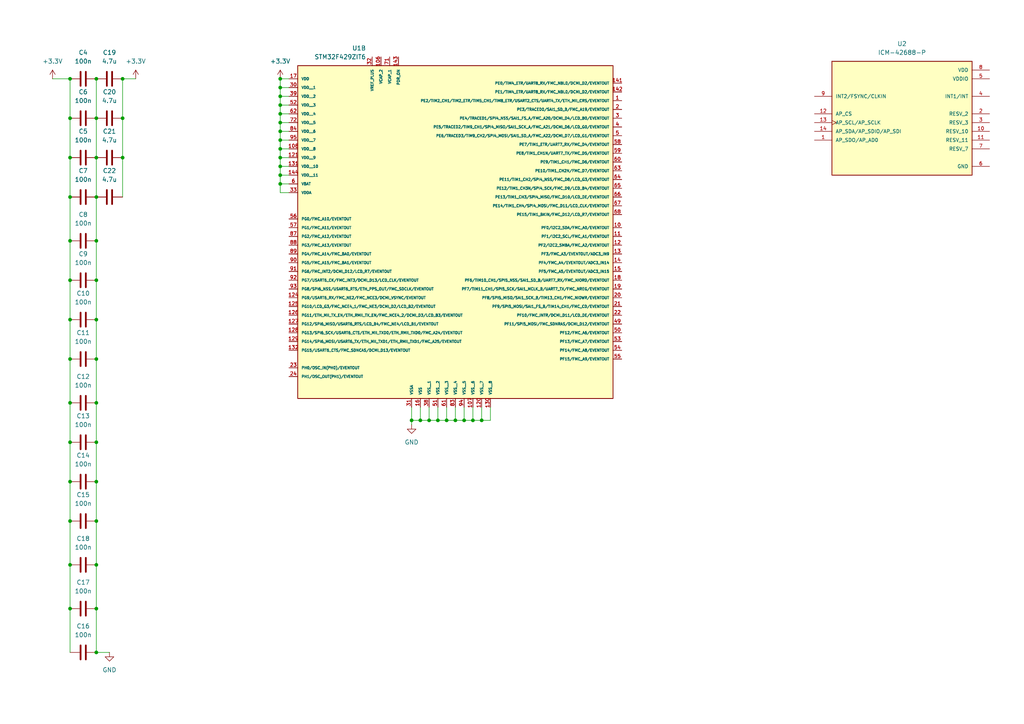
<source format=kicad_sch>
(kicad_sch (version 20250114) (generator "eeschema") (generator_version "9.0")
  (paper "A4")
  (lib_symbols
    (symbol "Device:C" (pin_numbers (hide yes)) (pin_names (offset 0.254))
      (property "Reference" "C" (at 0.635 2.54 0))
      (property "Value" "C" (at 0.635 -2.54 0))
      (symbol "C_0_1"
        (polyline (pts (xy -2.032 0.762) (xy 2.032 0.762)) (stroke (width 0.508)))
        (polyline (pts (xy -2.032 -0.762) (xy 2.032 -0.762)) (stroke (width 0.508)))
      )
      (symbol "C_1_1"
        (pin passive line (at 0 3.81 270) (length 2.794) (name "~") (number "1"))
        (pin passive line (at 0 -3.81 90) (length 2.794) (name "~") (number "2"))
      )
    )
    (symbol "GAUL_ABRARACOURCIX1:ICM-42688-P" (pin_names (offset 1.016))
      (property "Reference" "U" (at -20.32 16.002 0))
      (property "Value" "ICM-42688-P" (at -20.32 -20.32 0))
      (symbol "ICM-42688-P_0_0"
        (rectangle (start -20.32 -17.78) (end 20.32 15.24) (stroke (width 0.254)) (fill (type background)))
        (pin bidirectional line (at -25.4 5.08 0) (length 5.08) (name "INT2/FSYNC/CLKIN") (number "9"))
        (pin input line (at -25.4 0 0) (length 5.08) (name "AP_CS") (number "12"))
        (pin input clock (at -25.4 -2.54 0) (length 5.08) (name "AP_SCL/AP_SCLK") (number "13"))
        (pin bidirectional line (at -25.4 -5.08 0) (length 5.08) (name "AP_SDA/AP_SDIO/AP_SDI") (number "14"))
        (pin bidirectional line (at -25.4 -7.62 0) (length 5.08) (name "AP_SDO/AP_AD0") (number "1"))
        (pin power_in line (at 25.4 12.7 180) (length 5.08) (name "VDD") (number "8"))
        (pin power_in line (at 25.4 10.16 180) (length 5.08) (name "VDDIO") (number "5"))
        (pin output line (at 25.4 5.08 180) (length 5.08) (name "INT1/INT") (number "4"))
        (pin passive line (at 25.4 0 180) (length 5.08) (name "RESV_2") (number "2"))
        (pin passive line (at 25.4 -2.54 180) (length 5.08) (name "RESV_3") (number "3"))
        (pin passive line (at 25.4 -5.08 180) (length 5.08) (name "RESV_10") (number "10"))
        (pin passive line (at 25.4 -7.62 180) (length 5.08) (name "RESV_11") (number "11"))
        (pin passive line (at 25.4 -10.16 180) (length 5.08) (name "RESV_7") (number "7"))
        (pin power_in line (at 25.4 -15.24 180) (length 5.08) (name "GND") (number "6"))
      )
    )
    (symbol "GAUL_ABRARACOURCIX:STM32F429ZIT6" (pin_names (offset 1.016))
      (property "Reference" "U" (at -73.66 95.25 0))
      (property "Value" "STM32F429ZIT6" (at -64.516 -16.51 0))
      (symbol "STM32F429ZIT6_1_0"
        (rectangle (start -73.66 93.98) (end 63.5 -6.35) (stroke (width 0.254)) (fill (type background)))
        (pin input line (at -76.2 88.9 0) (length 2.54) (name "NRST") (number "25"))
        (pin input line (at -76.2 86.36 0) (length 2.54) (name "BOOT0") (number "138"))
        (pin bidirectional line (at -76.2 81.28 0) (length 2.54) (name "PA0/WKUP/TIM2_CH1/TIM2_ETR/TIM5_CH1/TIM8_ETR/USART2_CTS/UART4_TX/ETH_MII_CRS/EVENTOUT") (number "34"))
        (pin bidirectional line (at -76.2 78.74 0) (length 2.54) (name "PA1/TIM2_CH2/TIM5_CH2/USART2_RTS/UART4_RX/ETH_MII_RX_CLK/ETH_RMII_REF_CLK/EVENTOUT") (number "35"))
        (pin bidirectional line (at -76.2 76.2 0) (length 2.54) (name "PA2/TIM2_CH3/TIM5_CH3/TIM9_CH1/USART2_TX/ETH_MDIO/EVENTOUT") (number "36"))
        (pin bidirectional line (at -76.2 73.66 0) (length 2.54) (name "PA3/TIM2_CH4/TIM5_CH4/TIM9_CH2/USART2_RX/OTG_HS_ULPI_D0/ETH_MII_COL/LCD_B5/EVENTOUT") (number "37"))
        (pin bidirectional line (at -76.2 71.12 0) (length 2.54) (name "PA4/SPI1_NSS/SPI3_NSS/I2S3_WS/USART2_CK/OTG_HS_SOF/DCMI_HSYNC/LCD_VSYNC/EVENTOUT") (number "40"))
        (pin bidirectional line (at -76.2 68.58 0) (length 2.54) (name "PA5/TIM2_CH1/TIM2_ETR/TIM8_CH1N/SPI1_SCK/OTG_HS_ULPI_CK/EVENTOUT") (number "41"))
        (pin bidirectional line (at -76.2 66.04 0) (length 2.54) (name "PA6/TIM1_BKIN/TIM3_CH1/TIM8_BKIN/SPI1_MISO/TIM13_CH1/DCMI_PIXCLK/LCD_G2/EVENTOUT") (number "42"))
        (pin bidirectional line (at -76.2 63.5 0) (length 2.54) (name "PA7/TIM1_CH1N/TIM3_CH2/TIM8_CH1N/SPI1_MOSI/TIM14_CH1/ETH_MII_RX_DV/ETH_RMII_CRS_DV/EVENTOUT") (number "43"))
        (pin bidirectional line (at -76.2 60.96 0) (length 2.54) (name "PA8/MCO1/TIM1_CH1/I2C3_SCL/USART1_CK/OTG_FS_SOF/LCD_R6/EVENTOUT") (number "100"))
        (pin bidirectional line (at -76.2 58.42 0) (length 2.54) (name "PA9/TIM1_CH2/I2C3_SMBA/USART1_TX/DCMI_D0/EVENTOUT") (number "101"))
        (pin bidirectional line (at -76.2 55.88 0) (length 2.54) (name "PA10/TIM1_CH3/USART1_RX/OTG_FS_ID/DCMI_D1/EVENTOUT") (number "102"))
        (pin bidirectional line (at -76.2 53.34 0) (length 2.54) (name "PA11/TIM1_CH4/USART1_CTS/CAN1_RX/LCD_R4/OTG_FS_DM/EVENTOUT") (number "103"))
        (pin bidirectional line (at -76.2 50.8 0) (length 2.54) (name "PA12/TIM1_ETR/USART1_RTS/CAN1_TX/LCD_R5/OTG_FS_DP/EVENTOUT") (number "104"))
        (pin bidirectional line (at -76.2 48.26 0) (length 2.54) (name "PA13/JTMS-SWDIO/EVENTOUT") (number "105"))
        (pin bidirectional line (at -76.2 45.72 0) (length 2.54) (name "PA14/JTCK-SWCLK/EVENTOUT") (number "109"))
        (pin bidirectional line (at -76.2 43.18 0) (length 2.54) (name "PA15/JTDI/TIM2_CH1/TIM2_ETR/SPI1_NSS/SPI3_NSS/I2S3_WS/EVENTOUT") (number "110"))
        (pin bidirectional line (at -76.2 38.1 0) (length 2.54) (name "PB0/TIM1_CH2N/TIM3_CH3/TIM8_CH2N/LCD_R3/OTG_HS_ULPI_D1/ETH_MII_RXD2/EVENTOUT") (number "46"))
        (pin bidirectional line (at -76.2 35.56 0) (length 2.54) (name "PB1/TIM1_CH3N/TIM3_CH4/TIM8_CH3N/LCD_R6/OTG_HS_ULPI_D2/ETH_MII_RXD3/EVENTOUT") (number "47"))
        (pin bidirectional line (at -76.2 33.02 0) (length 2.54) (name "PB2/BOOT1/EVENTOUT") (number "48"))
        (pin bidirectional line (at -76.2 30.48 0) (length 2.54) (name "PB3/JTDO/TRACESWO/TIM2_CH2/SPI1_SCK/SPI3_SCK/I2S3_CK/EVENTOUT") (number "133"))
        (pin bidirectional line (at -76.2 27.94 0) (length 2.54) (name "PB4/NJTRST/TIM3_CH1/SPI1_MISO/SPI3_MISO/I2S3EXT_SD/EVENTOUT") (number "134"))
        (pin bidirectional line (at -76.2 25.4 0) (length 2.54) (name "PB5/TIM3_CH2/I2C1_SMBA/SPI1_MOSI/SPI3_MOSI/I2S3_SD/CAN2_RX/OTG_HS_ULPI_D7/ETH_PPS_OUT/FMC_SDCKE1/DCMI_D10/EVENTOUT") (number "135"))
        (pin bidirectional line (at -76.2 22.86 0) (length 2.54) (name "PB6/TIM4_CH1/I2C1_SCL/USART1_TX/CAN2_TX/FMC_SDNE1/DCMI_D5/EVENTOUT") (number "136"))
        (pin bidirectional line (at -76.2 20.32 0) (length 2.54) (name "PB7/TIM4_CH2/I2C1_SDA/USART1_RX/FMC_NL/DCMI_VSYNC/EVENTOUT") (number "137"))
        (pin bidirectional line (at -76.2 17.78 0) (length 2.54) (name "PB8/TIM4_CH3/TIM10_CH1/I2C1_SCL/CAN1_RX/ETH_MII_TXD3/SDIO_D4/DCMI_D6/LCD_B6/EVENTOUT") (number "139"))
        (pin bidirectional line (at -76.2 15.24 0) (length 2.54) (name "PB9/TIM4_CH4/TIM11_CH1/I2C1_SDA/SPI2_NSS/I2S2_WS/CAN1_TX/SDIO_D5/DCMI_D7/LCD_B7/EVENTOUT") (number "140"))
        (pin bidirectional line (at -76.2 12.7 0) (length 2.54) (name "PB10/TIM2_CH3/I2C2_SCL/SPI2_SCK/I2S2_CK/USART3_TX/OTG_HS_ULPI_D3/ETH_MII_RX_ER/LCD_G4/EVENTOUT") (number "69"))
        (pin bidirectional line (at -76.2 10.16 0) (length 2.54) (name "PB11/TIM2_CH4/I2C2_SDA/USART3_RX/OTG_HS_ULPI_D4/ETH_MII_TX_EN/ETH_RMII_TX_EN/LCD_G5/EVENTOUT") (number "70"))
        (pin bidirectional line (at -76.2 7.62 0) (length 2.54) (name "PB12/TIM1_BKIN/I2C2_SMBA/SPI2_NSS/I2S2_WS/USART3_CK/CAN2_RX/OTG_HS_ULPI_D5/ETH_MII_TXD0/ETH_RMII_TXD0/OTG_HS_ID/EVENTOUT") (number "73"))
        (pin bidirectional line (at -76.2 5.08 0) (length 2.54) (name "PB13/TIM1_CH1N/SPI2_SCK/I2S2_CK/USART3_CTS/CAN2_TX/OTG_HS_ULPI_D6/ETH_MII_TXD1/ETH_RMII_TXD1/EVENTOUT") (number "74"))
        (pin bidirectional line (at -76.2 2.54 0) (length 2.54) (name "PB14/TIM1_CH2N/TIM8_CH2N/SPI2_MISO/I2S2EXT_SD/USART3_RTS/TIM12_CH1/OTG_HS_DM/EVENTOUT") (number "75"))
        (pin bidirectional line (at -76.2 0 0) (length 2.54) (name "PB15/RTC_REFIN/TIM1_CH3N/TIM8_CH3N/SPI2_MOSI/I2S2_SD/TIM12_CH2/OTG_HS_DP/EVENTOUT") (number "76"))
        (pin bidirectional line (at 66.04 85.09 180) (length 2.54) (name "PC0/OTG_HS_ULPI_STP/FMC_SDNWE/EVENTOUT") (number "26"))
        (pin bidirectional line (at 66.04 82.55 180) (length 2.54) (name "PC1/ETH_MDC/EVENTOUT") (number "27"))
        (pin bidirectional line (at 66.04 80.01 180) (length 2.54) (name "PC2/SPI2_MISO/I2S2EXT_SD/OTG_HS_ULPI_DIR/ETH_MII_TXD2/FMC_SDNE0/EVENTOUT") (number "28"))
        (pin bidirectional line (at 66.04 77.47 180) (length 2.54) (name "PC3/SPI2_MOSI/I2S2_SD/OTG_HS_ULPI_NXT/ETH_MII_TX_CLK/FMC_SDCKE0/EVENTOUT") (number "29"))
        (pin bidirectional line (at 66.04 74.93 180) (length 2.54) (name "PC4/ETH_MII_RXD0/ETH_RMII_RXD0/EVENTOUT") (number "44"))
        (pin bidirectional line (at 66.04 72.39 180) (length 2.54) (name "PC5/ETH_MII_RXD1/ETH_RMII_RXD1/EVENTOUT") (number "45"))
        (pin bidirectional line (at 66.04 69.85 180) (length 2.54) (name "PC6/TIM3_CH1/TIM8_CH1/I2S2_MCK/USART6_TX/SDIO_D6/DCMI_D0/LCD_HSYNC/EVENTOUT") (number "96"))
        (pin bidirectional line (at 66.04 67.31 180) (length 2.54) (name "PC7/TIM3_CH2/TIM8_CH2/I2S3_MCK/USART6_RX/SDIO_D7/DCMI_D1/LCD_G6/EVENTOUT") (number "97"))
        (pin bidirectional line (at 66.04 64.77 180) (length 2.54) (name "PC8/TIM3_CH3/TIM8_CH3/USART6_CK/SDIO_D0/DCMI_D2/EVENTOUT") (number "98"))
        (pin bidirectional line (at 66.04 62.23 180) (length 2.54) (name "PC9/MCO2/TIM3_CH4/TIM8_CH4/I2C3_SDA/I2S_CKIN/SDIO_D1/DCMI_D3/EVENTOUT") (number "99"))
        (pin bidirectional line (at 66.04 59.69 180) (length 2.54) (name "PC10/SPI3_SCK/I2S3_CK/USART3_TX/UART4_TX/SDIO_D2/DCMI_D8/LCD_R2/EVENTOUT") (number "111"))
        (pin bidirectional line (at 66.04 57.15 180) (length 2.54) (name "PC11/I2S3EXT_SD/SPI3_MISO/USART3_RX/UART4_RX/SDIO_D3/DCMI_D4/EVENTOUT") (number "112"))
        (pin bidirectional line (at 66.04 54.61 180) (length 2.54) (name "PC12/SPI3_MOSI/I2S3_SD/USART3_CK/UART5_TX/SDIO_CK/DCMI_D9/EVENTOUT") (number "113"))
        (pin bidirectional line (at 66.04 52.07 180) (length 2.54) (name "PC13/EVENTOUT") (number "7"))
        (pin bidirectional line (at 66.04 49.53 180) (length 2.54) (name "PC14/OSC32_IN/EVENTOUT") (number "8"))
        (pin bidirectional line (at 66.04 46.99 180) (length 2.54) (name "PC15/OSC32_OUT/EVENTOUT") (number "9"))
        (pin bidirectional line (at 66.04 36.83 180) (length 2.54) (name "PD0/CAN1_RX/FMC_D2/EVENTOUT") (number "114"))
        (pin bidirectional line (at 66.04 34.29 180) (length 2.54) (name "PD1/CAN1_TX/FMC_D3/EVENTOUT") (number "115"))
        (pin bidirectional line (at 66.04 31.75 180) (length 2.54) (name "PD2/TIM3_ETR/UART5_RX/SDIO_CMD/DCMI_D11/EVENTOUT") (number "116"))
        (pin bidirectional line (at 66.04 29.21 180) (length 2.54) (name "PD3/SPI2_SCK/I2S2_CK/USART2_CTS/FMC_CLK/DCMI_D5/LCD_G7/EVENTOUT") (number "117"))
        (pin bidirectional line (at 66.04 26.67 180) (length 2.54) (name "PD4/USART2_RTS/FMC_NOE/EVENTOUT") (number "118"))
        (pin bidirectional line (at 66.04 24.13 180) (length 2.54) (name "PD5/USART2_TX/FMC_NWE/EVENTOUT") (number "119"))
        (pin bidirectional line (at 66.04 21.59 180) (length 2.54) (name "PD6/SPI3_MOSI/I2S3_SD/SAI1_SD_A/USART2_RX/FMC_NWAIT/DCMI_D10/LCD_B2/EVENTOUT") (number "122"))
        (pin bidirectional line (at 66.04 19.05 180) (length 2.54) (name "PD7/USART2_CK/FMC_NE1/FMC_NCE2/EVENTOUT") (number "123"))
        (pin bidirectional line (at 66.04 16.51 180) (length 2.54) (name "PD8/USART3_TX/FMC_D13/EVENTOUT") (number "77"))
        (pin bidirectional line (at 66.04 13.97 180) (length 2.54) (name "PD9/USART3_RX/FMC_D14/EVENTOUT") (number "78"))
        (pin bidirectional line (at 66.04 11.43 180) (length 2.54) (name "PD10/USART3_CK/FMC_D15/LCD_B3/EVENTOUT") (number "79"))
        (pin bidirectional line (at 66.04 8.89 180) (length 2.54) (name "PD11/USART3_CTS/FMC_A16/EVENTOUT") (number "80"))
        (pin bidirectional line (at 66.04 6.35 180) (length 2.54) (name "PD12/TIM4_CH1/USART3_RTS/FMC_A17/EVENTOUT") (number "81"))
        (pin bidirectional line (at 66.04 3.81 180) (length 2.54) (name "PD13/TIM4_CH2/FMC_A18/EVENTOUT") (number "82"))
        (pin bidirectional line (at 66.04 1.27 180) (length 2.54) (name "PD14/TIM4_CH3/FMC_D0/EVENTOUT") (number "85"))
        (pin bidirectional line (at 66.04 -1.27 180) (length 2.54) (name "PD15/TIM4_CH4/FMC_D1/EVENTOUT") (number "86"))
      )
      (symbol "STM32F429ZIT6_2_0"
        (rectangle (start -66.04 78.74) (end 25.4 -17.78) (stroke (width 0.254)) (fill (type background)))
        (pin bidirectional line (at -68.58 73.66 0) (length 2.54) (name "PE0/TIM4_ETR/UART8_RX/FMC_NBL0/DCMI_D2/EVENTOUT") (number "141"))
        (pin bidirectional line (at -68.58 71.12 0) (length 2.54) (name "PE1/TIM4_ETR/UART8_RX/FMC_NBL0/DCMI_D2/EVENTOUT") (number "142"))
        (pin bidirectional line (at -68.58 68.58 0) (length 2.54) (name "PE2/TIM2_CH1/TIM2_ETR/TIM5_CH1/TIM8_ETR/USART2_CTS/UART4_TX/ETH_MII_CRS/EVENTOUT") (number "1"))
        (pin bidirectional line (at -68.58 66.04 0) (length 2.54) (name "PE3/TRACED0/SAI1_SD_B/FMC_A19/EVENTOUT") (number "2"))
        (pin bidirectional line (at -68.58 63.5 0) (length 2.54) (name "PE4/TRACED1/SPI4_NSS/SAI1_FS_A/FMC_A20/DCMI_D4/LCD_B0/EVENTOUT") (number "3"))
        (pin bidirectional line (at -68.58 60.96 0) (length 2.54) (name "PE5/TRACED2/TIM9_CH1/SPI4_MISO/SAI1_SCK_A/FMC_A21/DCMI_D6/LCD_G0/EVENTOUT") (number "4"))
        (pin bidirectional line (at -68.58 58.42 0) (length 2.54) (name "PE6/TRACED3/TIM9_CH2/SPI4_MOSI/SAI1_SD_A/FMC_A22/DCMI_D7/LCD_G1/EVENTOUT") (number "5"))
        (pin bidirectional line (at -68.58 55.88 0) (length 2.54) (name "PE7/TIM1_ETR/UART7_RX/FMC_D4/EVENTOUT") (number "58"))
        (pin bidirectional line (at -68.58 53.34 0) (length 2.54) (name "PE8/TIM1_CH1N/UART7_TX/FMC_D5/EVENTOUT") (number "59"))
        (pin bidirectional line (at -68.58 50.8 0) (length 2.54) (name "PE9/TIM1_CH1/FMC_D6/EVENTOUT") (number "60"))
        (pin bidirectional line (at -68.58 48.26 0) (length 2.54) (name "PE10/TIM1_CH2N/FMC_D7/EVENTOUT") (number "63"))
        (pin bidirectional line (at -68.58 45.72 0) (length 2.54) (name "PE11/TIM1_CH2/SPI4_NSS/FMC_D8/LCD_G3/EVENTOUT") (number "64"))
        (pin bidirectional line (at -68.58 43.18 0) (length 2.54) (name "PE12/TIM1_CH3N/SPI4_SCK/FMC_D9/LCD_B4/EVENTOUT") (number "65"))
        (pin bidirectional line (at -68.58 40.64 0) (length 2.54) (name "PE13/TIM1_CH3/SPI4_MISO/FMC_D10/LCD_DE/EVENTOUT") (number "66"))
        (pin bidirectional line (at -68.58 38.1 0) (length 2.54) (name "PE14/TIM1_CH4/SPI4_MOSI/FMC_D11/LCD_CLK/EVENTOUT") (number "67"))
        (pin bidirectional line (at -68.58 35.56 0) (length 2.54) (name "PE15/TIM1_BKIN/FMC_D12/LCD_R7/EVENTOUT") (number "68"))
        (pin bidirectional line (at -68.58 31.75 0) (length 2.54) (name "PF0/I2C2_SDA/FMC_A0/EVENTOUT") (number "10"))
        (pin bidirectional line (at -68.58 29.21 0) (length 2.54) (name "PF1/I2C2_SCL/FMC_A1/EVENTOUT") (number "11"))
        (pin bidirectional line (at -68.58 26.67 0) (length 2.54) (name "PF2/I2C2_SMBA/FMC_A2/EVENTOUT") (number "12"))
        (pin bidirectional line (at -68.58 24.13 0) (length 2.54) (name "PF3/FMC_A3/EVENTOUT/ADC3_IN9") (number "13"))
        (pin bidirectional line (at -68.58 21.59 0) (length 2.54) (name "PF4/FMC_A4/EVENTOUT/ADC3_IN14") (number "14"))
        (pin bidirectional line (at -68.58 19.05 0) (length 2.54) (name "PF5/FMC_A5/EVENTOUT/ADC3_IN15") (number "15"))
        (pin bidirectional line (at -68.58 16.51 0) (length 2.54) (name "PF6/TIM10_CH1/SPI5_NSS/SAI1_SD_B/UART7_RX/FMC_NIORD/EVENTOUT") (number "18"))
        (pin bidirectional line (at -68.58 13.97 0) (length 2.54) (name "PF7/TIM11_CH1/SPI5_SCK/SAI1_MCLK_B/UART7_TX/FMC_NREG/EVENTOUT") (number "19"))
        (pin bidirectional line (at -68.58 11.43 0) (length 2.54) (name "PF8/SPI5_MISO/SAI1_SCK_B/TIM13_CH1/FMC_NIOWR/EVENTOUT") (number "20"))
        (pin bidirectional line (at -68.58 8.89 0) (length 2.54) (name "PF9/SPI5_MOSI/SAI1_FS_B/TIM14_CH1/FMC_CD/EVENTOUT") (number "21"))
        (pin bidirectional line (at -68.58 6.35 0) (length 2.54) (name "PF10/FMC_INTR/DCMI_D11/LCD_DE/EVENTOUT") (number "22"))
        (pin bidirectional line (at -68.58 3.81 0) (length 2.54) (name "PF11/SPI5_MOSI/FMC_SDNRAS/DCMI_D12/EVENTOUT") (number "49"))
        (pin bidirectional line (at -68.58 1.27 0) (length 2.54) (name "PF12/FMC_A6/EVENTOUT") (number "50"))
        (pin bidirectional line (at -68.58 -1.27 0) (length 2.54) (name "PF13/FMC_A7/EVENTOUT") (number "53"))
        (pin bidirectional line (at -68.58 -3.81 0) (length 2.54) (name "PF14/FMC_A8/EVENTOUT") (number "54"))
        (pin bidirectional line (at -68.58 -6.35 0) (length 2.54) (name "PF15/FMC_A9/EVENTOUT") (number "55"))
        (pin power_in line (at -30.48 -20.32 90) (length 2.54) (name "VSS__8") (number "130"))
        (pin power_in line (at -27.94 -20.32 90) (length 2.54) (name "VSS__7") (number "120"))
        (pin power_in line (at -25.4 -20.32 90) (length 2.54) (name "VSS__6") (number "107"))
        (pin power_in line (at -22.86 -20.32 90) (length 2.54) (name "VSS__5") (number "94"))
        (pin power_in line (at -20.32 -20.32 90) (length 2.54) (name "VSS__4") (number "83"))
        (pin power_in line (at -17.78 -20.32 90) (length 2.54) (name "VSS__3") (number "61"))
        (pin power_in line (at -15.24 -20.32 90) (length 2.54) (name "VSS__2") (number "51"))
        (pin power_in line (at -12.7 -20.32 90) (length 2.54) (name "VSS__1") (number "38"))
        (pin power_in line (at -10.16 -20.32 90) (length 2.54) (name "VSS") (number "16"))
        (pin power_in line (at -7.62 -20.32 90) (length 2.54) (name "VSSA") (number "31"))
        (pin passive line (at -3.81 81.28 270) (length 2.54) (name "PDR_ON") (number "143"))
        (pin passive line (at -1.27 81.28 270) (length 2.54) (name "VCAP_1") (number "71"))
        (pin passive line (at 1.27 81.28 270) (length 2.54) (name "VCAP_2") (number "106"))
        (pin passive line (at 3.81 81.28 270) (length 2.54) (name "VREF_PLUS") (number "32"))
        (pin power_in line (at 27.94 74.93 180) (length 2.54) (name "VDD") (number "17"))
        (pin power_in line (at 27.94 72.39 180) (length 2.54) (name "VDD__1") (number "30"))
        (pin power_in line (at 27.94 69.85 180) (length 2.54) (name "VDD__2") (number "39"))
        (pin power_in line (at 27.94 67.31 180) (length 2.54) (name "VDD__3") (number "52"))
        (pin power_in line (at 27.94 64.77 180) (length 2.54) (name "VDD__4") (number "62"))
        (pin power_in line (at 27.94 62.23 180) (length 2.54) (name "VDD__5") (number "72"))
        (pin power_in line (at 27.94 59.69 180) (length 2.54) (name "VDD__6") (number "84"))
        (pin power_in line (at 27.94 57.15 180) (length 2.54) (name "VDD__7") (number "95"))
        (pin power_in line (at 27.94 54.61 180) (length 2.54) (name "VDD__8") (number "108"))
        (pin power_in line (at 27.94 52.07 180) (length 2.54) (name "VDD__9") (number "121"))
        (pin power_in line (at 27.94 49.53 180) (length 2.54) (name "VDD__10") (number "131"))
        (pin power_in line (at 27.94 46.99 180) (length 2.54) (name "VDD__11") (number "144"))
        (pin passive line (at 27.94 44.45 180) (length 2.54) (name "VBAT") (number "6"))
        (pin power_in line (at 27.94 41.91 180) (length 2.54) (name "VDDA") (number "33"))
        (pin bidirectional line (at 27.94 34.29 180) (length 2.54) (name "PG0/FMC_A10/EVENTOUT") (number "56"))
        (pin bidirectional line (at 27.94 31.75 180) (length 2.54) (name "PG1/FMC_A11/EVENTOUT") (number "57"))
        (pin bidirectional line (at 27.94 29.21 180) (length 2.54) (name "PG2/FMC_A12/EVENTOUT") (number "87"))
        (pin bidirectional line (at 27.94 26.67 180) (length 2.54) (name "PG3/FMC_A13/EVENTOUT") (number "88"))
        (pin bidirectional line (at 27.94 24.13 180) (length 2.54) (name "PG4/FMC_A14/FMC_BA0/EVENTOUT") (number "89"))
        (pin bidirectional line (at 27.94 21.59 180) (length 2.54) (name "PG5/FMC_A15/FMC_BA1/EVENTOUT") (number "90"))
        (pin bidirectional line (at 27.94 19.05 180) (length 2.54) (name "PG6/FMC_INT2/DCMI_D12/LCD_R7/EVENTOUT") (number "91"))
        (pin bidirectional line (at 27.94 16.51 180) (length 2.54) (name "PG7/USART6_CK/FMC_INT3/DCMI_D13/LCD_CLK/EVENTOUT") (number "92"))
        (pin bidirectional line (at 27.94 13.97 180) (length 2.54) (name "PG8/SPI6_NSS/USART6_RTS/ETH_PPS_OUT/FMC_SDCLK/EVENTOUT") (number "93"))
        (pin bidirectional line (at 27.94 11.43 180) (length 2.54) (name "PG9/USART6_RX/FMC_NE2/FMC_NCE3/DCMI_VSYNC/EVENTOUT") (number "124"))
        (pin bidirectional line (at 27.94 8.89 180) (length 2.54) (name "PG10/LCD_G3/FMC_NCE4_1/FMC_NE3/DCMI_D2/LCD_B2/EVENTOUT") (number "125"))
        (pin bidirectional line (at 27.94 6.35 180) (length 2.54) (name "PG11/ETH_MII_TX_EN/ETH_RMII_TX_EN/FMC_NCE4_2/DCMI_D3/LCD_B3/EVENTOUT") (number "126"))
        (pin bidirectional line (at 27.94 3.81 180) (length 2.54) (name "PG12/SPI6_MISO/USART6_RTS/LCD_B4/FMC_NE4/LCD_B1/EVENTOUT") (number "127"))
        (pin bidirectional line (at 27.94 1.27 180) (length 2.54) (name "PG13/SPI6_SCK/USART6_CTS/ETH_MII_TXD0/ETH_RMII_TXD0/FMC_A24/EVENTOUT") (number "128"))
        (pin bidirectional line (at 27.94 -1.27 180) (length 2.54) (name "PG14/SPI6_MOSI/USART6_TX/ETH_MII_TXD1/ETH_RMII_TXD1/FMC_A25/EVENTOUT") (number "129"))
        (pin bidirectional line (at 27.94 -3.81 180) (length 2.54) (name "PG15/USART6_CTS/FMC_SDNCAS/DCMI_D13/EVENTOUT") (number "132"))
        (pin bidirectional line (at 27.94 -8.89 180) (length 2.54) (name "PH0/OSC_IN(PH0)/EVENTOUT") (number "23"))
        (pin bidirectional line (at 27.94 -11.43 180) (length 2.54) (name "PH1/OSC_OUT(PH1)/EVENTOUT") (number "24"))
      )
    )
    (symbol "power:+3.3V" (power) (pin_numbers (hide yes)) (pin_names (offset 0) (hide yes))
      (property "Value" "+3.3V" (at 0 3.556 0))
      (symbol "+3.3V_0_1"
        (polyline (pts (xy -0.762 1.27) (xy 0 2.54)))
        (polyline (pts (xy 0 2.54) (xy 0.762 1.27)))
        (polyline (pts (xy 0 0) (xy 0 2.54)))
      )
      (symbol "+3.3V_1_1"
        (pin power_in line (at 0 0 90) (length 0) (name "~") (number "1"))
      )
    )
    (symbol "power:GND" (power) (pin_numbers (hide yes)) (pin_names (offset 0) (hide yes))
      (property "Value" "GND" (at 0 -3.81 0))
      (symbol "GND_0_1"
        (polyline (pts (xy 0 0) (xy 0 -1.27) (xy 1.27 -1.27) (xy 0 -2.54) (xy -1.27 -1.27) (xy 0 -1.27)))
      )
      (symbol "GND_1_1"
        (pin power_in line (at 0 0 270) (length 0) (name "~") (number "1"))
      )
    )
  )
  (junction (at 27.94 57.15))
  (junction (at 27.94 116.84))
  (junction (at 119.38 121.92))
  (junction (at 27.94 22.86))
  (junction (at 35.56 22.86))
  (junction (at 20.32 139.7))
  (junction (at 35.56 45.72))
  (junction (at 27.94 139.7))
  (junction (at 81.28 53.34))
  (junction (at 35.56 34.29))
  (junction (at 137.16 121.92))
  (junction (at 27.94 34.29))
  (junction (at 27.94 45.72))
  (junction (at 124.46 121.92))
  (junction (at 81.28 43.18))
  (junction (at 129.54 121.92))
  (junction (at 20.32 69.85))
  (junction (at 27.94 189.23))
  (junction (at 139.7 121.92))
  (junction (at 27.94 104.14))
  (junction (at 81.28 35.56))
  (junction (at 81.28 33.02))
  (junction (at 20.32 151.13))
  (junction (at 20.32 176.53))
  (junction (at 27.94 69.85))
  (junction (at 81.28 40.64))
  (junction (at 27.94 128.27))
  (junction (at 20.32 22.86))
  (junction (at 20.32 45.72))
  (junction (at 20.32 128.27))
  (junction (at 81.28 30.48))
  (junction (at 27.94 176.53))
  (junction (at 27.94 163.83))
  (junction (at 81.28 27.94))
  (junction (at 81.28 50.8))
  (junction (at 134.62 121.92))
  (junction (at 27.94 81.28))
  (junction (at 20.32 92.71))
  (junction (at 27.94 92.71))
  (junction (at 81.28 48.26))
  (junction (at 20.32 116.84))
  (junction (at 127 121.92))
  (junction (at 27.94 151.13))
  (junction (at 132.08 121.92))
  (junction (at 121.92 121.92))
  (junction (at 81.28 38.1))
  (junction (at 20.32 57.15))
  (junction (at 20.32 163.83))
  (junction (at 81.28 25.4))
  (junction (at 81.28 45.72))
  (junction (at 20.32 81.28))
  (junction (at 20.32 104.14))
  (junction (at 20.32 34.29))
  (junction (at 81.28 22.86))
  (wire (pts (xy 81.28 33.02) (xy 83.82 33.02)))
  (wire (pts (xy 81.28 40.64) (xy 83.82 40.64)))
  (wire (pts (xy 81.28 38.1) (xy 83.82 38.1)))
  (wire (pts (xy 81.28 40.64) (xy 81.28 38.1)))
  (wire (pts (xy 20.32 151.13) (xy 20.32 163.83)))
  (wire (pts (xy 15.24 22.86) (xy 20.32 22.86)))
  (wire (pts (xy 81.28 33.02) (xy 81.28 30.48)))
  (wire (pts (xy 81.28 48.26) (xy 81.28 50.8)))
  (wire (pts (xy 39.37 22.86) (xy 35.56 22.86)))
  (wire (pts (xy 27.94 81.28) (xy 27.94 92.71)))
  (wire (pts (xy 81.28 40.64) (xy 81.28 43.18)))
  (wire (pts (xy 127 118.11) (xy 127 121.92)))
  (wire (pts (xy 20.32 176.53) (xy 20.32 189.23)))
  (wire (pts (xy 83.82 45.72) (xy 81.28 45.72)))
  (wire (pts (xy 27.94 92.71) (xy 27.94 104.14)))
  (wire (pts (xy 81.28 53.34) (xy 81.28 55.88)))
  (wire (pts (xy 81.28 35.56) (xy 81.28 33.02)))
  (wire (pts (xy 81.28 27.94) (xy 83.82 27.94)))
  (wire (pts (xy 119.38 123.19) (xy 119.38 121.92)))
  (wire (pts (xy 124.46 121.92) (xy 127 121.92)))
  (wire (pts (xy 137.16 121.92) (xy 139.7 121.92)))
  (wire (pts (xy 121.92 118.11) (xy 121.92 121.92)))
  (wire (pts (xy 132.08 121.92) (xy 134.62 121.92)))
  (wire (pts (xy 20.32 128.27) (xy 20.32 139.7)))
  (wire (pts (xy 27.94 116.84) (xy 27.94 128.27)))
  (wire (pts (xy 20.32 22.86) (xy 20.32 34.29)))
  (wire (pts (xy 119.38 121.92) (xy 119.38 118.11)))
  (wire (pts (xy 129.54 118.11) (xy 129.54 121.92)))
  (wire (pts (xy 83.82 43.18) (xy 81.28 43.18)))
  (wire (pts (xy 27.94 104.14) (xy 27.94 116.84)))
  (wire (pts (xy 81.28 25.4) (xy 83.82 25.4)))
  (wire (pts (xy 81.28 50.8) (xy 81.28 53.34)))
  (wire (pts (xy 27.94 22.86) (xy 27.94 34.29)))
  (wire (pts (xy 27.94 34.29) (xy 27.94 45.72)))
  (wire (pts (xy 132.08 118.11) (xy 132.08 121.92)))
  (wire (pts (xy 142.24 118.11) (xy 142.24 121.92)))
  (wire (pts (xy 27.94 163.83) (xy 27.94 176.53)))
  (wire (pts (xy 27.94 151.13) (xy 27.94 163.83)))
  (wire (pts (xy 134.62 121.92) (xy 137.16 121.92)))
  (wire (pts (xy 81.28 53.34) (xy 83.82 53.34)))
  (wire (pts (xy 27.94 69.85) (xy 27.94 81.28)))
  (wire (pts (xy 31.75 189.23) (xy 27.94 189.23)))
  (wire (pts (xy 137.16 118.11) (xy 137.16 121.92)))
  (wire (pts (xy 20.32 81.28) (xy 20.32 92.71)))
  (wire (pts (xy 35.56 34.29) (xy 35.56 45.72)))
  (wire (pts (xy 20.32 92.71) (xy 20.32 104.14)))
  (wire (pts (xy 27.94 176.53) (xy 27.94 189.23)))
  (wire (pts (xy 27.94 57.15) (xy 27.94 69.85)))
  (wire (pts (xy 35.56 45.72) (xy 35.56 57.15)))
  (wire (pts (xy 134.62 118.11) (xy 134.62 121.92)))
  (wire (pts (xy 20.32 57.15) (xy 20.32 69.85)))
  (wire (pts (xy 81.28 30.48) (xy 81.28 27.94)))
  (wire (pts (xy 81.28 45.72) (xy 81.28 48.26)))
  (wire (pts (xy 27.94 139.7) (xy 27.94 151.13)))
  (wire (pts (xy 81.28 25.4) (xy 81.28 22.86)))
  (wire (pts (xy 20.32 34.29) (xy 20.32 45.72)))
  (wire (pts (xy 27.94 45.72) (xy 27.94 57.15)))
  (wire (pts (xy 83.82 55.88) (xy 81.28 55.88)))
  (wire (pts (xy 20.32 163.83) (xy 20.32 176.53)))
  (wire (pts (xy 83.82 48.26) (xy 81.28 48.26)))
  (wire (pts (xy 81.28 22.86) (xy 83.82 22.86)))
  (wire (pts (xy 35.56 22.86) (xy 35.56 34.29)))
  (wire (pts (xy 124.46 118.11) (xy 124.46 121.92)))
  (wire (pts (xy 121.92 121.92) (xy 124.46 121.92)))
  (wire (pts (xy 20.32 139.7) (xy 20.32 151.13)))
  (wire (pts (xy 81.28 43.18) (xy 81.28 45.72)))
  (wire (pts (xy 127 121.92) (xy 129.54 121.92)))
  (wire (pts (xy 20.32 116.84) (xy 20.32 128.27)))
  (wire (pts (xy 119.38 121.92) (xy 121.92 121.92)))
  (wire (pts (xy 129.54 121.92) (xy 132.08 121.92)))
  (wire (pts (xy 20.32 45.72) (xy 20.32 57.15)))
  (wire (pts (xy 20.32 69.85) (xy 20.32 81.28)))
  (wire (pts (xy 81.28 30.48) (xy 83.82 30.48)))
  (wire (pts (xy 139.7 118.11) (xy 139.7 121.92)))
  (wire (pts (xy 20.32 104.14) (xy 20.32 116.84)))
  (wire (pts (xy 139.7 121.92) (xy 142.24 121.92)))
  (wire (pts (xy 81.28 35.56) (xy 83.82 35.56)))
  (wire (pts (xy 81.28 50.8) (xy 83.82 50.8)))
  (wire (pts (xy 81.28 27.94) (xy 81.28 25.4)))
  (wire (pts (xy 81.28 38.1) (xy 81.28 35.56)))
  (wire (pts (xy 27.94 128.27) (xy 27.94 139.7)))
  (symbol (lib_id "Device:C") (at 24.13 45.72 90) (unit 1)
    (property "Reference" "C5" (at 24.13 38.1 90))
    (property "Value" "100n" (at 24.13 40.64 90))
    (property "Description" "Unpolarized capacitor" (effects (hide yes)))
  )
  (symbol (lib_id "GAUL_ABRARACOURCIX:STM32F429ZIT6") (at 111.76 97.79 0) (mirror y) (unit 2)
    (property "Reference" "U1" (at 106.1559 13.97 0) (effects (justify left)))
    (property "Value" "STM32F429ZIT6" (at 106.1559 16.51 0) (effects (justify left)))
    (property "Footprint" "STM32F429ZIT6:QFP50P2200X2200X160-144N" (effects (hide yes)))
    (property "PARTREV" "10" (effects (hide yes)))
    (property "STANDARD" "IPC7351B" (effects (hide yes)))
    (property "MANUFACTURER" "ST Microelectronics" (effects (hide yes)))
  )
  (symbol (lib_id "Device:C") (at 24.13 151.13 90) (unit 1)
    (property "Reference" "C15" (at 24.13 143.51 90))
    (property "Value" "100n" (at 24.13 146.05 90))
    (property "Description" "Unpolarized capacitor" (effects (hide yes)))
  )
  (symbol (lib_id "power:+3.3V") (at 39.37 22.86 0) (unit 1)
    (property "Reference" "#PWR035" (effects (hide yes)))
    (property "Value" "+3.3V" (at 39.37 17.78 0))
    (property "Description" "Power symbol creates a global label with name \"+3.3V\"" (effects (hide yes)))
  )
  (symbol (lib_id "Device:C") (at 24.13 81.28 90) (unit 1)
    (property "Reference" "C9" (at 24.13 73.66 90))
    (property "Value" "100n" (at 24.13 76.2 90))
    (property "Description" "Unpolarized capacitor" (effects (hide yes)))
  )
  (symbol (lib_id "Device:C") (at 24.13 139.7 90) (unit 1)
    (property "Reference" "C14" (at 24.13 132.08 90))
    (property "Value" "100n" (at 24.13 134.62 90))
    (property "Description" "Unpolarized capacitor" (effects (hide yes)))
  )
  (symbol (lib_id "Device:C") (at 24.13 69.85 90) (unit 1)
    (property "Reference" "C8" (at 24.13 62.23 90))
    (property "Value" "100n" (at 24.13 64.77 90))
    (property "Description" "Unpolarized capacitor" (effects (hide yes)))
  )
  (symbol (lib_id "Device:C") (at 31.75 57.15 90) (unit 1)
    (property "Reference" "C22" (at 31.75 49.53 90))
    (property "Value" "4.7u" (at 31.75 52.07 90))
    (property "Description" "Unpolarized capacitor" (effects (hide yes)))
  )
  (symbol (lib_id "Device:C") (at 31.75 34.29 90) (unit 1)
    (property "Reference" "C20" (at 31.75 26.67 90))
    (property "Value" "4.7u" (at 31.75 29.21 90))
    (property "Description" "Unpolarized capacitor" (effects (hide yes)))
  )
  (symbol (lib_id "Device:C") (at 24.13 57.15 90) (unit 1)
    (property "Reference" "C7" (at 24.13 49.53 90))
    (property "Value" "100n" (at 24.13 52.07 90))
    (property "Description" "Unpolarized capacitor" (effects (hide yes)))
  )
  (symbol (lib_id "Device:C") (at 24.13 104.14 90) (unit 1)
    (property "Reference" "C11" (at 24.13 96.52 90))
    (property "Value" "100n" (at 24.13 99.06 90))
    (property "Description" "Unpolarized capacitor" (effects (hide yes)))
  )
  (symbol (lib_id "power:GND") (at 119.38 123.19 0) (unit 1)
    (property "Reference" "#PWR034" (effects (hide yes)))
    (property "Value" "GND" (at 119.38 128.27 0))
    (property "Description" "Power symbol creates a global label with name \"GND\" , ground" (effects (hide yes)))
  )
  (symbol (lib_id "power:+3.3V") (at 15.24 22.86 0) (unit 1)
    (property "Reference" "#PWR031" (effects (hide yes)))
    (property "Value" "+3.3V" (at 15.24 17.78 0))
    (property "Description" "Power symbol creates a global label with name \"+3.3V\"" (effects (hide yes)))
  )
  (symbol (lib_id "power:+3.3V") (at 81.28 22.86 0) (unit 1)
    (property "Reference" "#PWR032" (effects (hide yes)))
    (property "Value" "+3.3V" (at 81.28 17.78 0))
    (property "Description" "Power symbol creates a global label with name \"+3.3V\"" (effects (hide yes)))
  )
  (symbol (lib_id "Device:C") (at 24.13 92.71 90) (unit 1)
    (property "Reference" "C10" (at 24.13 85.09 90))
    (property "Value" "100n" (at 24.13 87.63 90))
    (property "Description" "Unpolarized capacitor" (effects (hide yes)))
  )
  (symbol (lib_id "Device:C") (at 31.75 22.86 90) (unit 1)
    (property "Reference" "C19" (at 31.75 15.24 90))
    (property "Value" "4.7u" (at 31.75 17.78 90))
    (property "Description" "Unpolarized capacitor" (effects (hide yes)))
  )
  (symbol (lib_id "Device:C") (at 24.13 22.86 90) (unit 1)
    (property "Reference" "C4" (at 24.13 15.24 90))
    (property "Value" "100n" (at 24.13 17.78 90))
    (property "Description" "Unpolarized capacitor" (effects (hide yes)))
  )
  (symbol (lib_id "Device:C") (at 24.13 128.27 90) (unit 1)
    (property "Reference" "C13" (at 24.13 120.65 90))
    (property "Value" "100n" (at 24.13 123.19 90))
    (property "Description" "Unpolarized capacitor" (effects (hide yes)))
  )
  (symbol (lib_id "Device:C") (at 24.13 34.29 90) (unit 1)
    (property "Reference" "C6" (at 24.13 26.67 90))
    (property "Value" "100n" (at 24.13 29.21 90))
    (property "Description" "Unpolarized capacitor" (effects (hide yes)))
  )
  (symbol (lib_id "power:GND") (at 31.75 189.23 0) (unit 1)
    (property "Reference" "#PWR033" (effects (hide yes)))
    (property "Value" "GND" (at 31.75 194.31 0))
    (property "Description" "Power symbol creates a global label with name \"GND\" , ground" (effects (hide yes)))
  )
  (symbol (lib_id "Device:C") (at 24.13 176.53 90) (unit 1)
    (property "Reference" "C17" (at 24.13 168.91 90))
    (property "Value" "100n" (at 24.13 171.45 90))
    (property "Description" "Unpolarized capacitor" (effects (hide yes)))
  )
  (symbol (lib_id "GAUL_ABRARACOURCIX1:ICM-42688-P") (at 261.62 33.02 0) (unit 1)
    (property "Reference" "U2" (at 261.62 12.7 0))
    (property "Value" "ICM-42688-P" (at 261.62 15.24 0))
    (property "Footprint" "ICM-42688-P:PQFN50P300X250X97-14N" (effects (hide yes)))
    (property "PARTREV" "1.2" (effects (hide yes)))
    (property "STANDARD" "IPC-7351B" (effects (hide yes)))
    (property "MAXIMUM_PACKAGE_HEIGHT" "0.97mm" (effects (hide yes)))
    (property "MANUFACTURER" "TDK InvenSense" (effects (hide yes)))
  )
  (symbol (lib_id "Device:C") (at 24.13 163.83 90) (unit 1)
    (property "Reference" "C18" (at 24.13 156.21 90))
    (property "Value" "100n" (at 24.13 158.75 90))
    (property "Description" "Unpolarized capacitor" (effects (hide yes)))
  )
  (symbol (lib_id "Device:C") (at 24.13 116.84 90) (unit 1)
    (property "Reference" "C12" (at 24.13 109.22 90))
    (property "Value" "100n" (at 24.13 111.76 90))
    (property "Description" "Unpolarized capacitor" (effects (hide yes)))
  )
  (symbol (lib_id "Device:C") (at 24.13 189.23 90) (unit 1)
    (property "Reference" "C16" (at 24.13 181.61 90))
    (property "Value" "100n" (at 24.13 184.15 90))
    (property "Description" "Unpolarized capacitor" (effects (hide yes)))
  )
  (symbol (lib_id "Device:C") (at 31.75 45.72 90) (unit 1)
    (property "Reference" "C21" (at 31.75 38.1 90))
    (property "Value" "4.7u" (at 31.75 40.64 90))
    (property "Description" "Unpolarized capacitor" (effects (hide yes)))
  )
)
</source>
